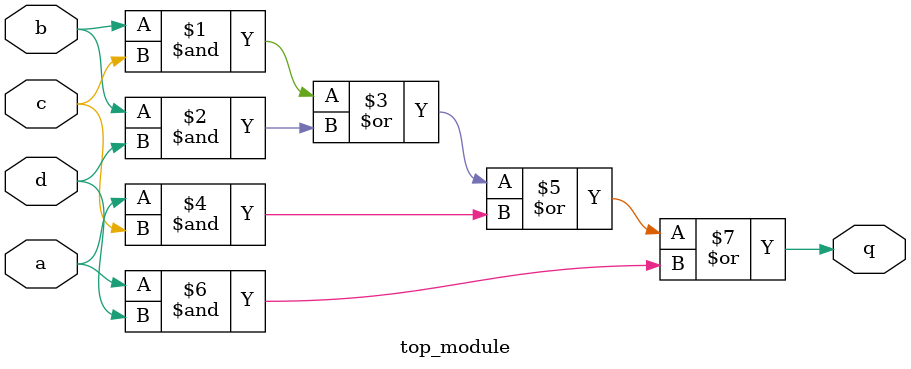
<source format=v>
module top_module (
    input a,
    input b,
    input c,
    input d,
    output q
);
   
   assign q=b&c|b&d|a&c|a&d;   
endmodule
</source>
